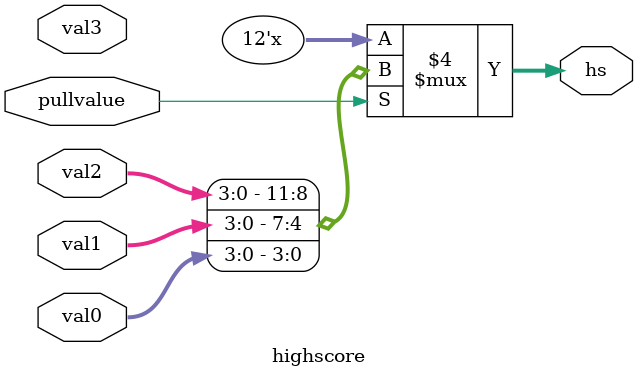
<source format=v>
module highscore (pullvalue, val0, val1, val2, val3, hs);
	input pullvalue;
	input [3:0]val0;
	input [3:0]val1;
	input [3:0]val2;
	input [3:0]val3;
	output reg [11:0]hs;
	
	
	always @ (pullvalue)
		begin
			if (pullvalue == 1)
				begin
					hs = {val3, val2, val1, val0};
				end
			else
				begin
					hs = hs;
				end
		end
			
	
		endmodule 
	
</source>
